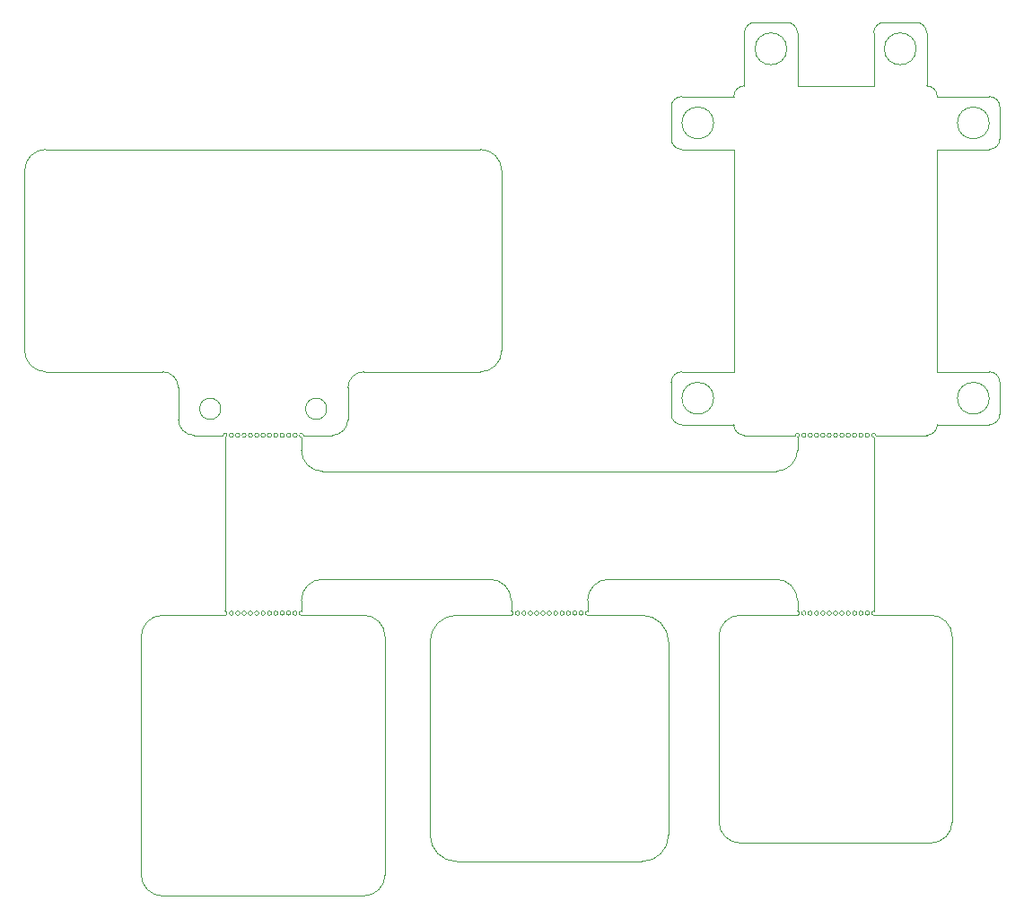
<source format=gbr>
%TF.GenerationSoftware,KiCad,Pcbnew,8.0.5*%
%TF.CreationDate,2024-12-31T14:00:23+11:00*%
%TF.ProjectId,Combined_Fabrication,436f6d62-696e-4656-945f-466162726963,rev?*%
%TF.SameCoordinates,Original*%
%TF.FileFunction,Profile,NP*%
%FSLAX46Y46*%
G04 Gerber Fmt 4.6, Leading zero omitted, Abs format (unit mm)*
G04 Created by KiCad (PCBNEW 8.0.5) date 2024-12-31 14:00:23*
%MOMM*%
%LPD*%
G01*
G04 APERTURE LIST*
%TA.AperFunction,Profile*%
%ADD10C,0.050000*%
%TD*%
G04 APERTURE END LIST*
D10*
X149400001Y-98600000D02*
X149400000Y-99600000D01*
X156599999Y-98600000D02*
X156600000Y-99599998D01*
X176400001Y-98600000D02*
X176400000Y-99600000D01*
X158600000Y-96599999D02*
X174400000Y-96599999D01*
X176400001Y-84400000D02*
X176400001Y-83200002D01*
X131600000Y-86400001D02*
X174400000Y-86400001D01*
X131600000Y-96599999D02*
X147400000Y-96599999D01*
X129600000Y-99599998D02*
X129599999Y-98600000D01*
X129600000Y-83200000D02*
X129599999Y-84400000D01*
X174400000Y-96599999D02*
G75*
G02*
X176400001Y-98600000I-1J-2000002D01*
G01*
X176400001Y-84400000D02*
G75*
G02*
X174400000Y-86400001I-2000002J1D01*
G01*
X156599999Y-98600000D02*
G75*
G02*
X158600000Y-96599999I2000002J-1D01*
G01*
X147400000Y-96599999D02*
G75*
G02*
X149400001Y-98600000I-1J-2000002D01*
G01*
X129599999Y-98600000D02*
G75*
G02*
X131600000Y-96599999I2000001J0D01*
G01*
X131600000Y-86400001D02*
G75*
G02*
X129599999Y-84400000I0J2000001D01*
G01*
X122400000Y-99600000D02*
X122400000Y-83200000D01*
X183600000Y-99599998D02*
X183600001Y-83200000D01*
X183800000Y-83000000D02*
X188600000Y-83000001D01*
X171399999Y-83000001D02*
X176200000Y-83000000D01*
X176200000Y-83000000D02*
G75*
G02*
X176400001Y-83200002I200001J-1D01*
G01*
X178400002Y-83000000D02*
G75*
G02*
X178000000Y-83000000I-200001J0D01*
G01*
X178000000Y-83000000D02*
G75*
G02*
X178400002Y-83000000I200001J0D01*
G01*
X183600001Y-83200000D02*
G75*
G02*
X183800000Y-83000000I-1J200000D01*
G01*
X181400001Y-83000000D02*
G75*
G02*
X181000001Y-83000000I-200000J0D01*
G01*
X181000001Y-83000000D02*
G75*
G02*
X181400001Y-83000000I200000J0D01*
G01*
X177200001Y-83000001D02*
G75*
G02*
X176800001Y-83000001I-200000J0D01*
G01*
X176800001Y-83000001D02*
G75*
G02*
X177200001Y-83000001I200000J0D01*
G01*
X182600001Y-83000000D02*
G75*
G02*
X182200001Y-83000000I-200000J0D01*
G01*
X182200001Y-83000000D02*
G75*
G02*
X182600001Y-83000000I200000J0D01*
G01*
X179600000Y-83000000D02*
G75*
G02*
X179200002Y-83000000I-199999J0D01*
G01*
X179200002Y-83000000D02*
G75*
G02*
X179600000Y-83000000I199999J0D01*
G01*
X183200001Y-83000000D02*
G75*
G02*
X182800001Y-83000000I-200000J0D01*
G01*
X182800001Y-83000000D02*
G75*
G02*
X183200001Y-83000000I200000J0D01*
G01*
X177800002Y-83000001D02*
G75*
G02*
X177400000Y-83000001I-200001J0D01*
G01*
X177400000Y-83000001D02*
G75*
G02*
X177800002Y-83000001I200001J0D01*
G01*
X179000000Y-83000000D02*
G75*
G02*
X178600002Y-83000000I-199999J0D01*
G01*
X178600002Y-83000000D02*
G75*
G02*
X179000000Y-83000000I199999J0D01*
G01*
X180200000Y-83000000D02*
G75*
G02*
X179800002Y-83000000I-199999J0D01*
G01*
X179800002Y-83000000D02*
G75*
G02*
X180200000Y-83000000I199999J0D01*
G01*
X180800001Y-83000000D02*
G75*
G02*
X180400001Y-83000000I-200000J0D01*
G01*
X180400001Y-83000000D02*
G75*
G02*
X180800001Y-83000000I200000J0D01*
G01*
X182000001Y-83000000D02*
G75*
G02*
X181600001Y-83000000I-200000J0D01*
G01*
X181600001Y-83000000D02*
G75*
G02*
X182000001Y-83000000I200000J0D01*
G01*
X183600000Y-100000000D02*
X189000000Y-100000000D01*
X171000000Y-99999999D02*
X176400000Y-100000000D01*
X183600000Y-100000000D02*
G75*
G02*
X183600000Y-99599998I0J200001D01*
G01*
X182000001Y-99800000D02*
G75*
G02*
X181599999Y-99800000I-200001J0D01*
G01*
X181599999Y-99800000D02*
G75*
G02*
X182000001Y-99800000I200001J0D01*
G01*
X176400000Y-99600000D02*
G75*
G02*
X176400000Y-100000000I0J-200000D01*
G01*
X179000000Y-99800000D02*
G75*
G02*
X178600000Y-99800000I-200000J0D01*
G01*
X178600000Y-99800000D02*
G75*
G02*
X179000000Y-99800000I200000J0D01*
G01*
X183200000Y-99799999D02*
G75*
G02*
X182800000Y-99799999I-200000J0D01*
G01*
X182800000Y-99799999D02*
G75*
G02*
X183200000Y-99799999I200000J0D01*
G01*
X177800000Y-99800000D02*
G75*
G02*
X177400000Y-99800000I-200000J0D01*
G01*
X177400000Y-99800000D02*
G75*
G02*
X177800000Y-99800000I200000J0D01*
G01*
X180799999Y-99800000D02*
G75*
G02*
X180400001Y-99800000I-199999J0D01*
G01*
X180400001Y-99800000D02*
G75*
G02*
X180799999Y-99800000I199999J0D01*
G01*
X177200000Y-99800000D02*
G75*
G02*
X176800000Y-99800000I-200000J0D01*
G01*
X176800000Y-99800000D02*
G75*
G02*
X177200000Y-99800000I200000J0D01*
G01*
X182600001Y-99799999D02*
G75*
G02*
X182199999Y-99799999I-200001J0D01*
G01*
X182199999Y-99799999D02*
G75*
G02*
X182600001Y-99799999I200001J0D01*
G01*
X181399999Y-99800000D02*
G75*
G02*
X181000001Y-99800000I-199999J0D01*
G01*
X181000001Y-99800000D02*
G75*
G02*
X181399999Y-99800000I199999J0D01*
G01*
X180199999Y-99800000D02*
G75*
G02*
X179800001Y-99800000I-199999J0D01*
G01*
X179800001Y-99800000D02*
G75*
G02*
X180199999Y-99800000I199999J0D01*
G01*
X179600000Y-99800000D02*
G75*
G02*
X179200000Y-99800000I-200000J0D01*
G01*
X179200000Y-99800000D02*
G75*
G02*
X179600000Y-99800000I200000J0D01*
G01*
X178400000Y-99800000D02*
G75*
G02*
X178000000Y-99800000I-200000J0D01*
G01*
X178000000Y-99800000D02*
G75*
G02*
X178400000Y-99800000I200000J0D01*
G01*
X161750000Y-100000000D02*
X156600000Y-100000000D01*
X144250000Y-100000000D02*
X149400000Y-100000000D01*
X156600000Y-100000000D02*
G75*
G02*
X156600000Y-99599998I0J200001D01*
G01*
X155000001Y-99800000D02*
G75*
G02*
X154599999Y-99800000I-200001J0D01*
G01*
X154599999Y-99800000D02*
G75*
G02*
X155000001Y-99800000I200001J0D01*
G01*
X149400000Y-99600000D02*
G75*
G02*
X149400000Y-100000000I0J-200000D01*
G01*
X152000000Y-99800000D02*
G75*
G02*
X151600000Y-99800000I-200000J0D01*
G01*
X151600000Y-99800000D02*
G75*
G02*
X152000000Y-99800000I200000J0D01*
G01*
X156200000Y-99799999D02*
G75*
G02*
X155800000Y-99799999I-200000J0D01*
G01*
X155800000Y-99799999D02*
G75*
G02*
X156200000Y-99799999I200000J0D01*
G01*
X150800000Y-99800000D02*
G75*
G02*
X150400000Y-99800000I-200000J0D01*
G01*
X150400000Y-99800000D02*
G75*
G02*
X150800000Y-99800000I200000J0D01*
G01*
X153799999Y-99800000D02*
G75*
G02*
X153400001Y-99800000I-199999J0D01*
G01*
X153400001Y-99800000D02*
G75*
G02*
X153799999Y-99800000I199999J0D01*
G01*
X150200000Y-99800000D02*
G75*
G02*
X149800000Y-99800000I-200000J0D01*
G01*
X149800000Y-99800000D02*
G75*
G02*
X150200000Y-99800000I200000J0D01*
G01*
X155600001Y-99799999D02*
G75*
G02*
X155199999Y-99799999I-200001J0D01*
G01*
X155199999Y-99799999D02*
G75*
G02*
X155600001Y-99799999I200001J0D01*
G01*
X154399999Y-99800000D02*
G75*
G02*
X154000001Y-99800000I-199999J0D01*
G01*
X154000001Y-99800000D02*
G75*
G02*
X154399999Y-99800000I199999J0D01*
G01*
X153199999Y-99800000D02*
G75*
G02*
X152800001Y-99800000I-199999J0D01*
G01*
X152800001Y-99800000D02*
G75*
G02*
X153199999Y-99800000I199999J0D01*
G01*
X152600000Y-99800000D02*
G75*
G02*
X152200000Y-99800000I-200000J0D01*
G01*
X152200000Y-99800000D02*
G75*
G02*
X152600000Y-99800000I200000J0D01*
G01*
X151400000Y-99800000D02*
G75*
G02*
X151000000Y-99800000I-200000J0D01*
G01*
X151000000Y-99800000D02*
G75*
G02*
X151400000Y-99800000I200000J0D01*
G01*
X129600000Y-100000000D02*
X135500000Y-100000000D01*
X116500000Y-100000000D02*
X122400000Y-100000000D01*
X129600000Y-100000000D02*
G75*
G02*
X129600000Y-99599998I0J200001D01*
G01*
X122400000Y-99600000D02*
G75*
G02*
X122400000Y-100000000I0J-200000D01*
G01*
X124400000Y-99800000D02*
G75*
G02*
X124000000Y-99800000I-200000J0D01*
G01*
X124000000Y-99800000D02*
G75*
G02*
X124400000Y-99800000I200000J0D01*
G01*
X129200000Y-99799999D02*
G75*
G02*
X128800000Y-99799999I-200000J0D01*
G01*
X128800000Y-99799999D02*
G75*
G02*
X129200000Y-99799999I200000J0D01*
G01*
X123800000Y-99800000D02*
G75*
G02*
X123400000Y-99800000I-200000J0D01*
G01*
X123400000Y-99800000D02*
G75*
G02*
X123800000Y-99800000I200000J0D01*
G01*
X126799999Y-99800000D02*
G75*
G02*
X126400001Y-99800000I-199999J0D01*
G01*
X126400001Y-99800000D02*
G75*
G02*
X126799999Y-99800000I199999J0D01*
G01*
X123200000Y-99800000D02*
G75*
G02*
X122800000Y-99800000I-200000J0D01*
G01*
X122800000Y-99800000D02*
G75*
G02*
X123200000Y-99800000I200000J0D01*
G01*
X126199999Y-99800000D02*
G75*
G02*
X125800001Y-99800000I-199999J0D01*
G01*
X125800001Y-99800000D02*
G75*
G02*
X126199999Y-99800000I199999J0D01*
G01*
X127399999Y-99800000D02*
G75*
G02*
X127000001Y-99800000I-199999J0D01*
G01*
X127000001Y-99800000D02*
G75*
G02*
X127399999Y-99800000I199999J0D01*
G01*
X128000001Y-99800000D02*
G75*
G02*
X127599999Y-99800000I-200001J0D01*
G01*
X127599999Y-99800000D02*
G75*
G02*
X128000001Y-99800000I200001J0D01*
G01*
X125000000Y-99800000D02*
G75*
G02*
X124600000Y-99800000I-200000J0D01*
G01*
X124600000Y-99800000D02*
G75*
G02*
X125000000Y-99800000I200000J0D01*
G01*
X128600001Y-99799999D02*
G75*
G02*
X128199999Y-99799999I-200001J0D01*
G01*
X128199999Y-99799999D02*
G75*
G02*
X128600001Y-99799999I200001J0D01*
G01*
X125600000Y-99800000D02*
G75*
G02*
X125200000Y-99800000I-200000J0D01*
G01*
X125200000Y-99800000D02*
G75*
G02*
X125600000Y-99800000I200000J0D01*
G01*
X129800000Y-83000000D02*
X132500000Y-83000000D01*
X119500000Y-83000000D02*
X122200000Y-83000000D01*
X129600000Y-83200000D02*
G75*
G02*
X129800000Y-83000000I0J200000D01*
G01*
X122200000Y-83000000D02*
G75*
G02*
X122400000Y-83200000I200000J0D01*
G01*
X126800000Y-83000000D02*
G75*
G02*
X126400000Y-83000000I-200000J0D01*
G01*
X126400000Y-83000000D02*
G75*
G02*
X126800000Y-83000000I200000J0D01*
G01*
X126199999Y-83000000D02*
G75*
G02*
X125800001Y-83000000I-199999J0D01*
G01*
X125800001Y-83000000D02*
G75*
G02*
X126199999Y-83000000I199999J0D01*
G01*
X125599999Y-83000000D02*
G75*
G02*
X125200001Y-83000000I-199999J0D01*
G01*
X125200001Y-83000000D02*
G75*
G02*
X125599999Y-83000000I199999J0D01*
G01*
X124999999Y-83000000D02*
G75*
G02*
X124600001Y-83000000I-199999J0D01*
G01*
X124600001Y-83000000D02*
G75*
G02*
X124999999Y-83000000I199999J0D01*
G01*
X124400001Y-83000000D02*
G75*
G02*
X123999999Y-83000000I-200001J0D01*
G01*
X123999999Y-83000000D02*
G75*
G02*
X124400001Y-83000000I200001J0D01*
G01*
X123800001Y-83000000D02*
G75*
G02*
X123399999Y-83000000I-200001J0D01*
G01*
X123399999Y-83000000D02*
G75*
G02*
X123800001Y-83000000I200001J0D01*
G01*
X123200000Y-83000000D02*
G75*
G02*
X122800000Y-83000000I-200000J0D01*
G01*
X122800000Y-83000000D02*
G75*
G02*
X123200000Y-83000000I200000J0D01*
G01*
X168500000Y-79500001D02*
G75*
G02*
X165500000Y-79500001I-1500000J0D01*
G01*
X165500000Y-79500001D02*
G75*
G02*
X168500000Y-79500001I1500000J0D01*
G01*
X183599999Y-45000001D02*
X183599999Y-50000001D01*
X195499999Y-55000002D02*
G75*
G02*
X194500000Y-56000002I-1000000J0D01*
G01*
X171399999Y-83000001D02*
G75*
G02*
X170400000Y-82000002I1J1000000D01*
G01*
X170399998Y-77000004D02*
X170399999Y-56000001D01*
X194500000Y-56000001D02*
X189599999Y-56000001D01*
X184599999Y-44000000D02*
X187600000Y-44000002D01*
X194500000Y-51000001D02*
G75*
G02*
X195500000Y-52000001I0J-1000000D01*
G01*
X195499998Y-81000000D02*
G75*
G02*
X194499999Y-82000001I-999998J-3D01*
G01*
X187600000Y-44000002D02*
G75*
G02*
X188599998Y-45000001I-1J-999999D01*
G01*
X164499999Y-81000000D02*
X164499998Y-78000002D01*
X189599999Y-82000002D02*
G75*
G02*
X188600000Y-83000001I-1000000J1D01*
G01*
X188599999Y-45000001D02*
X188599999Y-50000001D01*
X194499999Y-82000001D02*
X189599999Y-82000002D01*
X194499999Y-53500002D02*
G75*
G02*
X191499997Y-53500002I-1500001J0D01*
G01*
X191499997Y-53500002D02*
G75*
G02*
X194499999Y-53500002I1500001J0D01*
G01*
X164499998Y-55000002D02*
X164499999Y-52000001D01*
X194500000Y-51000001D02*
X189600000Y-51000002D01*
X165500000Y-77000001D02*
X170399998Y-77000004D01*
X165499999Y-56000001D02*
X170399999Y-56000001D01*
X170399998Y-51000003D02*
G75*
G02*
X171400000Y-50000000I1000001J2D01*
G01*
X164499998Y-78000002D02*
G75*
G02*
X165500000Y-77000001I1000002J-1D01*
G01*
X172399997Y-44000002D02*
X175400000Y-44000001D01*
X189599999Y-56000001D02*
X189599998Y-77000003D01*
X164499999Y-52000001D02*
G75*
G02*
X165499999Y-51000004I1000000J-3D01*
G01*
X171400000Y-45000001D02*
G75*
G02*
X172399997Y-44000002I999999J0D01*
G01*
X194499999Y-77000001D02*
X189599998Y-77000003D01*
X165499999Y-56000001D02*
G75*
G02*
X164500001Y-55000002I1J999999D01*
G01*
X187600001Y-46500003D02*
G75*
G02*
X184599999Y-46500003I-1500001J0D01*
G01*
X184599999Y-46500003D02*
G75*
G02*
X187600001Y-46500003I1500001J0D01*
G01*
X165500000Y-82000001D02*
X170399999Y-82000002D01*
X175399997Y-46500002D02*
G75*
G02*
X172399999Y-46500002I-1499999J0D01*
G01*
X172399999Y-46500002D02*
G75*
G02*
X175399997Y-46500002I1499999J0D01*
G01*
X176400000Y-45000001D02*
X176400000Y-50000001D01*
X171400000Y-45000001D02*
X171400000Y-50000001D01*
X194499999Y-79500003D02*
G75*
G02*
X191499997Y-79500003I-1500001J0D01*
G01*
X191499997Y-79500003D02*
G75*
G02*
X194499999Y-79500003I1500001J0D01*
G01*
X194499999Y-77000001D02*
G75*
G02*
X195500000Y-78000002I0J-1000001D01*
G01*
X195500000Y-52000001D02*
X195499999Y-55000002D01*
X195499999Y-78000002D02*
X195499998Y-81000000D01*
X175400000Y-44000001D02*
G75*
G02*
X176400000Y-45000001I0J-1000000D01*
G01*
X176400000Y-50000001D02*
X183599999Y-50000001D01*
X165500000Y-82000001D02*
G75*
G02*
X164499999Y-81000000I-2J999999D01*
G01*
X168499999Y-53500003D02*
G75*
G02*
X165500001Y-53500003I-1499999J0D01*
G01*
X165500001Y-53500003D02*
G75*
G02*
X168499999Y-53500003I1499999J0D01*
G01*
X183599999Y-45000001D02*
G75*
G02*
X184599999Y-44000004I1000000J-3D01*
G01*
X188599999Y-50000001D02*
G75*
G02*
X189600000Y-51000002I1J-1000000D01*
G01*
X165499999Y-51000001D02*
X170399998Y-51000003D01*
X189000000Y-100000000D02*
G75*
G02*
X191000001Y-102000000I0J-2000001D01*
G01*
X168999999Y-119500000D02*
X168999999Y-102000000D01*
X191000001Y-119500000D02*
G75*
G02*
X189000001Y-121500001I-2000001J0D01*
G01*
X168999999Y-102000000D02*
G75*
G02*
X171000000Y-100000000I2000001J-1D01*
G01*
X170999999Y-121500001D02*
G75*
G02*
X168999999Y-119500000I1J2000001D01*
G01*
X189000001Y-121500001D02*
X170999999Y-121500001D01*
X191000000Y-102000000D02*
X191000001Y-119500000D01*
X116500000Y-126500001D02*
X135499999Y-126500002D01*
X114499999Y-102000001D02*
G75*
G02*
X116500000Y-100000001I2000001J-1D01*
G01*
X135500000Y-100000000D02*
G75*
G02*
X137500002Y-102000001I0J-2000002D01*
G01*
X137500001Y-124500001D02*
X137500001Y-102000001D01*
X114500000Y-124500001D02*
X114499999Y-102000001D01*
X116500000Y-126500001D02*
G75*
G02*
X114500000Y-124500001I0J2000000D01*
G01*
X137500001Y-124500001D02*
G75*
G02*
X135499999Y-126500002I-2000001J0D01*
G01*
X105500000Y-77000001D02*
G75*
G02*
X103499998Y-75000000I-1J2000001D01*
G01*
X105500000Y-77000001D02*
X116500000Y-76999999D01*
X103499999Y-75000000D02*
X103500000Y-58000000D01*
X135500000Y-77000000D02*
X146499999Y-77000000D01*
X105499999Y-56000000D02*
X146499999Y-56000002D01*
X103500000Y-58000000D02*
G75*
G02*
X105499999Y-55999999I2000000J1D01*
G01*
X119500000Y-83000000D02*
G75*
G02*
X118000000Y-81500000I0J1500000D01*
G01*
X134000000Y-81500000D02*
G75*
G02*
X132500000Y-83000000I-1499999J-1D01*
G01*
X132000000Y-80500000D02*
G75*
G02*
X130000000Y-80500000I-1000000J0D01*
G01*
X130000000Y-80500000D02*
G75*
G02*
X132000000Y-80500000I1000000J0D01*
G01*
X148499999Y-58000002D02*
X148500001Y-74999999D01*
X116500000Y-76999999D02*
G75*
G02*
X118000001Y-78500000I0J-1500001D01*
G01*
X148500001Y-74999999D02*
G75*
G02*
X146499999Y-77000000I-2000001J0D01*
G01*
X118000000Y-78500000D02*
X118000000Y-81500000D01*
X146499999Y-56000002D02*
G75*
G02*
X148499997Y-58000002I1J-1999997D01*
G01*
X134000000Y-78500000D02*
G75*
G02*
X135500000Y-77000000I1500000J0D01*
G01*
X122000000Y-80500000D02*
G75*
G02*
X120000000Y-80500000I-1000000J0D01*
G01*
X120000000Y-80500000D02*
G75*
G02*
X122000000Y-80500000I1000000J0D01*
G01*
X134000000Y-81500000D02*
X134000000Y-78500000D01*
X141750000Y-120750000D02*
X141750000Y-102500000D01*
X164250000Y-102500000D02*
X164250000Y-120750000D01*
X164250000Y-120750000D02*
G75*
G02*
X161750000Y-123250000I-2500000J0D01*
G01*
X161750000Y-123250000D02*
X144250000Y-123250000D01*
X144250000Y-123250000D02*
G75*
G02*
X141750000Y-120750000I0J2500000D01*
G01*
X161750000Y-100000000D02*
G75*
G02*
X164250000Y-102500000I0J-2500000D01*
G01*
X141750000Y-102500000D02*
G75*
G02*
X144250000Y-100000000I2500000J0D01*
G01*
X129200000Y-83000000D02*
G75*
G02*
X128800000Y-83000000I-200000J0D01*
G01*
X128800000Y-83000000D02*
G75*
G02*
X129200000Y-83000000I200000J0D01*
G01*
X127400000Y-83000000D02*
G75*
G02*
X127000000Y-83000000I-200000J0D01*
G01*
X127000000Y-83000000D02*
G75*
G02*
X127400000Y-83000000I200000J0D01*
G01*
X128600000Y-83000000D02*
G75*
G02*
X128200000Y-83000000I-200000J0D01*
G01*
X128200000Y-83000000D02*
G75*
G02*
X128600000Y-83000000I200000J0D01*
G01*
X128000000Y-83000000D02*
G75*
G02*
X127600000Y-83000000I-200000J0D01*
G01*
X127600000Y-83000000D02*
G75*
G02*
X128000000Y-83000000I200000J0D01*
G01*
M02*

</source>
